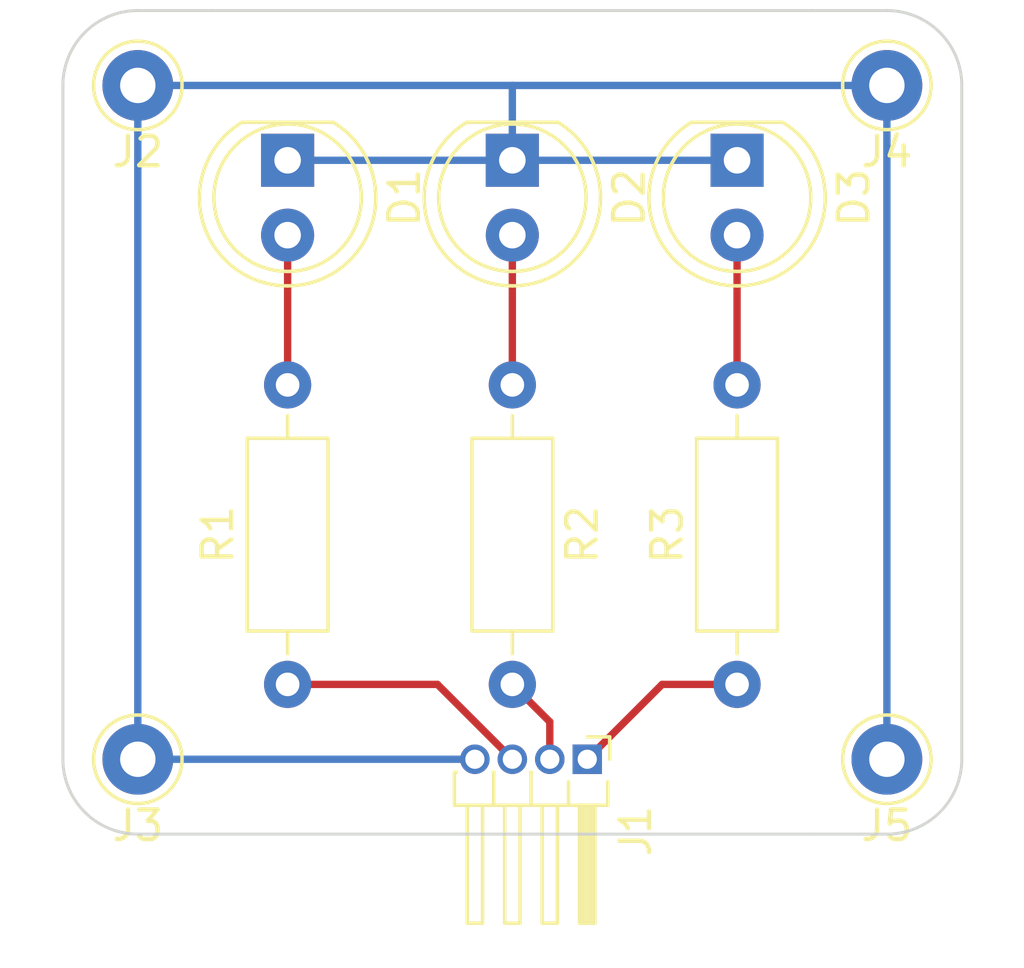
<source format=kicad_pcb>
(kicad_pcb (version 20221018) (generator pcbnew)
  (layers (0 "F.Cu" signal) (31 "B.Cu" signal) (34 "B.Paste" user) (35 "F.Paste" user) (36 "B.SilkS" user "B.Silkscreen") (37 "F.SilkS" user "F.Silkscreen") (38 "B.Mask" user) (39 "F.Mask" user) (44 "Edge.Cuts" user))
  (net 0 "")
  (net 1 "Net-(D1-K)")
  (net 2 "Net-(D1-A)")
  (net 3 "Net-(D2-A)")
  (net 4 "Net-(D3-A)")
  (net 5 "Net-(J1-Pin_1)")
  (net 6 "Net-(J1-Pin_2)")
  (net 7 "Net-(J1-Pin_3)")
  (footprint "Resistor_THT:R_Axial_DIN0207_L6.3mm_D2.5mm_P10.16mm_Horizontal" (layer "F.Cu") (at 142.24 106.68 90)
    (fp_text reference "R1" (at 5.08 -2.37 90) (layer "F.SilkS"))
    (fp_text value "R")
    (fp_line (start 1.04 0) (end 1.81 0) (stroke (width 0.12)) (layer "F.SilkS"))
    (fp_line (start 1.81 -1.37) (end 1.81 1.37) (stroke (width 0.12)) (layer "F.SilkS"))
    (fp_line (start 1.81 1.37) (end 8.35 1.37) (stroke (width 0.12)) (layer "F.SilkS"))
    (fp_line (start 8.35 -1.37) (end 1.81 -1.37) (stroke (width 0.12)) (layer "F.SilkS"))
    (fp_line (start 8.35 1.37) (end 8.35 -1.37) (stroke (width 0.12)) (layer "F.SilkS"))
    (fp_line (start 9.12 0) (end 8.35 0) (stroke (width 0.12)) (layer "F.SilkS"))
    (pad "1" thru_hole circle (at 0 0 90) (size 1.6 1.6) (drill 0.8) (layers "*.Cu" "*.Mask") (net 7 "Net-(J1-Pin_3)"))
    (pad "2" thru_hole oval (at 10.16 0 90) (size 1.6 1.6) (drill 0.8) (layers "*.Cu" "*.Mask") (net 2 "Net-(D1-A)"))
  )
  (footprint "LED_THT:LED_D5.0mm" (layer "F.Cu") (at 157.48 88.9 -90)
    (fp_text reference "D3" (at 1.27 -3.96 90) (layer "F.SilkS"))
    (fp_text value "LED")
    (fp_line (start -1.29 -1.545) (end -1.29 1.545) (stroke (width 0.12)) (layer "F.SilkS"))
    (fp_arc (start -1.29 -1.54483) (mid 2.072002 -2.880433) (end 4.26 0.000462) (stroke (width 0.12)) (layer "F.SilkS"))
    (fp_arc (start 4.26 -0.000462) (mid 2.072002 2.880433) (end -1.29 1.54483) (stroke (width 0.12)) (layer "F.SilkS"))
    (fp_circle (center 1.27 0) (end 3.77 0) (stroke (width 0.12)) (fill none) (layer "F.SilkS"))
    (pad "1" thru_hole rect (at 0 0 270) (size 1.8 1.8) (drill 0.9) (layers "*.Cu" "*.Mask") (net 1 "Net-(D1-K)"))
    (pad "2" thru_hole circle (at 2.54 0 270) (size 1.8 1.8) (drill 0.9) (layers "*.Cu" "*.Mask") (net 4 "Net-(D3-A)"))
  )
  (footprint "Connector_Pin:Pin_D1.0mm_L10.0mm_LooseFit" (layer "F.Cu") (at 137.16 109.22)
    (fp_text reference "J3" (at 0 2.25) (layer "F.SilkS"))
    (fp_text value "Conn_01x01")
    (fp_circle (center 0 0) (end 1.5 0.05) (stroke (width 0.12)) (fill none) (layer "F.SilkS"))
    (pad "1" thru_hole circle (at 0 0) (size 2.4 2.4) (drill 1.2) (layers "*.Cu" "*.Mask") (net 1 "Net-(D1-K)"))
  )
  (footprint "Connector_PinHeader_1.27mm:PinHeader_1x04_P1.27mm_Horizontal" (layer "F.Cu") (at 152.4 109.22 -90)
    (fp_text reference "J1" (at 2.4325 -1.635 90) (layer "F.SilkS"))
    (fp_text value "Conn_01x04")
    (fp_line (start -0.76 -0.76) (end 0 -0.76) (stroke (width 0.12)) (layer "F.SilkS"))
    (fp_line (start -0.76 0) (end -0.76 -0.76) (stroke (width 0.12)) (layer "F.SilkS"))
    (fp_line (start 0.44 1.889677) (end 0.44 1.920323) (stroke (width 0.12)) (layer "F.SilkS"))
    (fp_line (start 0.44 1.905) (end 1.56 1.905) (stroke (width 0.12)) (layer "F.SilkS"))
    (fp_line (start 0.44 3.159677) (end 0.44 3.190323) (stroke (width 0.12)) (layer "F.SilkS"))
    (fp_line (start 0.44 3.175) (end 1.56 3.175) (stroke (width 0.12)) (layer "F.SilkS"))
    (fp_line (start 0.44 4.505) (end 0.44 4.429677) (stroke (width 0.12)) (layer "F.SilkS"))
    (fp_line (start 0.76 -0.695) (end 1.56 -0.695) (stroke (width 0.12)) (layer "F.SilkS"))
    (fp_line (start 0.76 0.635) (end 1.56 0.635) (stroke (width 0.12)) (layer "F.SilkS"))
    (fp_line (start 1.56 -0.695) (end 1.56 4.505) (stroke (width 0.12)) (layer "F.SilkS"))
    (fp_line (start 1.56 -0.26) (end 5.56 -0.26) (stroke (width 0.12)) (layer "F.SilkS"))
    (fp_line (start 1.56 -0.2) (end 5.56 -0.2) (stroke (width 0.12)) (layer "F.SilkS"))
    (fp_line (start 1.56 -0.08) (end 5.56 -0.08) (stroke (width 0.12)) (layer "F.SilkS"))
    (fp_line (start 1.56 0.04) (end 5.56 0.04) (stroke (width 0.12)) (layer "F.SilkS"))
    (fp_line (start 1.56 0.16) (end 5.56 0.16) (stroke (width 0.12)) (layer "F.SilkS"))
    (fp_line (start 1.56 1.01) (end 5.56 1.01) (stroke (width 0.12)) (layer "F.SilkS"))
    (fp_line (start 1.56 2.28) (end 5.56 2.28) (stroke (width 0.12)) (layer "F.SilkS"))
    (fp_line (start 1.56 3.55) (end 5.56 3.55) (stroke (width 0.12)) (layer "F.SilkS"))
    (fp_line (start 1.56 4.505) (end 0.44 4.505) (stroke (width 0.12)) (layer "F.SilkS"))
    (fp_line (start 5.56 -0.26) (end 5.56 0.26) (stroke (width 0.12)) (layer "F.SilkS"))
    (fp_line (start 5.56 0.26) (end 1.56 0.26) (stroke (width 0.12)) (layer "F.SilkS"))
    (fp_line (start 5.56 1.01) (end 5.56 1.53) (stroke (width 0.12)) (layer "F.SilkS"))
    (fp_line (start 5.56 1.53) (end 1.56 1.53) (stroke (width 0.12)) (layer "F.SilkS"))
    (fp_line (start 5.56 2.28) (end 5.56 2.8) (stroke (width 0.12)) (layer "F.SilkS"))
    (fp_line (start 5.56 2.8) (end 1.56 2.8) (stroke (width 0.12)) (layer "F.SilkS"))
    (fp_line (start 5.56 3.55) (end 5.56 4.07) (stroke (width 0.12)) (layer "F.SilkS"))
    (fp_line (start 5.56 4.07) (end 1.56 4.07) (stroke (width 0.12)) (layer "F.SilkS"))
    (pad "1" thru_hole rect (at 0 0 270) (size 1 1) (drill 0.65) (layers "*.Cu" "*.Mask") (net 5 "Net-(J1-Pin_1)"))
    (pad "2" thru_hole oval (at 0 1.27 270) (size 1 1) (drill 0.65) (layers "*.Cu" "*.Mask") (net 6 "Net-(J1-Pin_2)"))
    (pad "3" thru_hole oval (at 0 2.54 270) (size 1 1) (drill 0.65) (layers "*.Cu" "*.Mask") (net 7 "Net-(J1-Pin_3)"))
    (pad "4" thru_hole oval (at 0 3.81 270) (size 1 1) (drill 0.65) (layers "*.Cu" "*.Mask") (net 1 "Net-(D1-K)"))
  )
  (footprint "Connector_Pin:Pin_D1.0mm_L10.0mm_LooseFit" (layer "F.Cu") (at 162.56 86.36)
    (fp_text reference "J4" (at 0 2.25) (layer "F.SilkS"))
    (fp_text value "Conn_01x01")
    (fp_circle (center 0 0) (end 1.5 0.05) (stroke (width 0.12)) (fill none) (layer "F.SilkS"))
    (pad "1" thru_hole circle (at 0 0) (size 2.4 2.4) (drill 1.2) (layers "*.Cu" "*.Mask") (net 1 "Net-(D1-K)"))
  )
  (footprint "Resistor_THT:R_Axial_DIN0207_L6.3mm_D2.5mm_P10.16mm_Horizontal" (layer "F.Cu") (at 157.48 106.68 90)
    (fp_text reference "R3" (at 5.08 -2.37 90) (layer "F.SilkS"))
    (fp_text value "R")
    (fp_line (start 1.04 0) (end 1.81 0) (stroke (width 0.12)) (layer "F.SilkS"))
    (fp_line (start 1.81 -1.37) (end 1.81 1.37) (stroke (width 0.12)) (layer "F.SilkS"))
    (fp_line (start 1.81 1.37) (end 8.35 1.37) (stroke (width 0.12)) (layer "F.SilkS"))
    (fp_line (start 8.35 -1.37) (end 1.81 -1.37) (stroke (width 0.12)) (layer "F.SilkS"))
    (fp_line (start 8.35 1.37) (end 8.35 -1.37) (stroke (width 0.12)) (layer "F.SilkS"))
    (fp_line (start 9.12 0) (end 8.35 0) (stroke (width 0.12)) (layer "F.SilkS"))
    (pad "1" thru_hole circle (at 0 0 90) (size 1.6 1.6) (drill 0.8) (layers "*.Cu" "*.Mask") (net 5 "Net-(J1-Pin_1)"))
    (pad "2" thru_hole oval (at 10.16 0 90) (size 1.6 1.6) (drill 0.8) (layers "*.Cu" "*.Mask") (net 4 "Net-(D3-A)"))
  )
  (footprint "Connector_Pin:Pin_D1.0mm_L10.0mm_LooseFit" (layer "F.Cu") (at 162.56 109.22)
    (fp_text reference "J5" (at 0 2.25) (layer "F.SilkS"))
    (fp_text value "Conn_01x01")
    (fp_circle (center 0 0) (end 1.5 0.05) (stroke (width 0.12)) (fill none) (layer "F.SilkS"))
    (pad "1" thru_hole circle (at 0 0) (size 2.4 2.4) (drill 1.2) (layers "*.Cu" "*.Mask") (net 1 "Net-(D1-K)"))
  )
  (footprint "LED_THT:LED_D5.0mm" (layer "F.Cu") (at 142.24 88.9 -90)
    (fp_text reference "D1" (at 1.27 -3.96 90) (layer "F.SilkS"))
    (fp_text value "LED")
    (fp_line (start -1.29 -1.545) (end -1.29 1.545) (stroke (width 0.12)) (layer "F.SilkS"))
    (fp_arc (start -1.29 -1.54483) (mid 2.072002 -2.880433) (end 4.26 0.000462) (stroke (width 0.12)) (layer "F.SilkS"))
    (fp_arc (start 4.26 -0.000462) (mid 2.072002 2.880433) (end -1.29 1.54483) (stroke (width 0.12)) (layer "F.SilkS"))
    (fp_circle (center 1.27 0) (end 3.77 0) (stroke (width 0.12)) (fill none) (layer "F.SilkS"))
    (pad "1" thru_hole rect (at 0 0 270) (size 1.8 1.8) (drill 0.9) (layers "*.Cu" "*.Mask") (net 1 "Net-(D1-K)"))
    (pad "2" thru_hole circle (at 2.54 0 270) (size 1.8 1.8) (drill 0.9) (layers "*.Cu" "*.Mask") (net 2 "Net-(D1-A)"))
  )
  (footprint "Connector_Pin:Pin_D1.0mm_L10.0mm_LooseFit" (layer "F.Cu") (at 137.16 86.36)
    (fp_text reference "J2" (at 0 2.25) (layer "F.SilkS"))
    (fp_text value "Conn_01x01")
    (fp_circle (center 0 0) (end 1.5 0.05) (stroke (width 0.12)) (fill none) (layer "F.SilkS"))
    (pad "1" thru_hole circle (at 0 0) (size 2.4 2.4) (drill 1.2) (layers "*.Cu" "*.Mask") (net 1 "Net-(D1-K)"))
  )
  (footprint "LED_THT:LED_D5.0mm" (layer "F.Cu") (at 149.86 88.9 -90)
    (fp_text reference "D2" (at 1.27 -3.96 90) (layer "F.SilkS"))
    (fp_text value "LED")
    (fp_line (start -1.29 -1.545) (end -1.29 1.545) (stroke (width 0.12)) (layer "F.SilkS"))
    (fp_arc (start -1.29 -1.54483) (mid 2.072002 -2.880433) (end 4.26 0.000462) (stroke (width 0.12)) (layer "F.SilkS"))
    (fp_arc (start 4.26 -0.000462) (mid 2.072002 2.880433) (end -1.29 1.54483) (stroke (width 0.12)) (layer "F.SilkS"))
    (fp_circle (center 1.27 0) (end 3.77 0) (stroke (width 0.12)) (fill none) (layer "F.SilkS"))
    (pad "1" thru_hole rect (at 0 0 270) (size 1.8 1.8) (drill 0.9) (layers "*.Cu" "*.Mask") (net 1 "Net-(D1-K)"))
    (pad "2" thru_hole circle (at 2.54 0 270) (size 1.8 1.8) (drill 0.9) (layers "*.Cu" "*.Mask") (net 3 "Net-(D2-A)"))
  )
  (footprint "Resistor_THT:R_Axial_DIN0207_L6.3mm_D2.5mm_P10.16mm_Horizontal" (layer "F.Cu") (at 149.86 96.52 -90)
    (fp_text reference "R2" (at 5.08 -2.37 90) (layer "F.SilkS"))
    (fp_text value "R")
    (fp_line (start 1.04 0) (end 1.81 0) (stroke (width 0.12)) (layer "F.SilkS"))
    (fp_line (start 1.81 -1.37) (end 1.81 1.37) (stroke (width 0.12)) (layer "F.SilkS"))
    (fp_line (start 1.81 1.37) (end 8.35 1.37) (stroke (width 0.12)) (layer "F.SilkS"))
    (fp_line (start 8.35 -1.37) (end 1.81 -1.37) (stroke (width 0.12)) (layer "F.SilkS"))
    (fp_line (start 8.35 1.37) (end 8.35 -1.37) (stroke (width 0.12)) (layer "F.SilkS"))
    (fp_line (start 9.12 0) (end 8.35 0) (stroke (width 0.12)) (layer "F.SilkS"))
    (pad "1" thru_hole circle (at 0 0 270) (size 1.6 1.6) (drill 0.8) (layers "*.Cu" "*.Mask") (net 3 "Net-(D2-A)"))
    (pad "2" thru_hole oval (at 10.16 0 270) (size 1.6 1.6) (drill 0.8) (layers "*.Cu" "*.Mask") (net 6 "Net-(J1-Pin_2)"))
  )
  (gr_arc (start 137.16 111.76) (mid 135.363949 111.016051) (end 134.62 109.22) (stroke (width 0.1)) (layer "Edge.Cuts"))
  (gr_arc (start 134.62 86.36) (mid 135.363949 84.563949) (end 137.16 83.82) (stroke (width 0.1)) (layer "Edge.Cuts"))
  (gr_line (start 139.7 83.82) (end 160.02 83.82) (stroke (width 0.1)) (layer "Edge.Cuts"))
  (gr_line (start 134.62 109.22) (end 134.62 86.36) (stroke (width 0.1)) (layer "Edge.Cuts"))
  (gr_line (start 160.02 83.82) (end 162.56 83.82) (stroke (width 0.1)) (layer "Edge.Cuts"))
  (gr_line (start 160.02 111.76) (end 162.56 111.76) (stroke (width 0.1)) (layer "Edge.Cuts"))
  (gr_arc (start 165.1 109.22) (mid 164.356051 111.016051) (end 162.56 111.76) (stroke (width 0.1)) (layer "Edge.Cuts"))
  (gr_line (start 139.7 111.76) (end 137.16 111.76) (stroke (width 0.1)) (layer "Edge.Cuts"))
  (gr_line (start 139.7 83.82) (end 137.16 83.82) (stroke (width 0.1)) (layer "Edge.Cuts"))
  (gr_line (start 160.02 111.76) (end 139.7 111.76) (stroke (width 0.1)) (layer "Edge.Cuts"))
  (gr_line (start 165.1 86.36) (end 165.1 109.22) (stroke (width 0.1)) (layer "Edge.Cuts"))
  (gr_arc (start 162.56 83.82) (mid 164.356051 84.563949) (end 165.1 86.36) (stroke (width 0.1)) (layer "Edge.Cuts"))
  (segment (start 149.86 86.36) (end 149.86 88.9) (width 0.25) (layer "B.Cu") (net 1))
  (segment (start 149.86 86.36) (end 137.16 86.36) (width 0.25) (layer "B.Cu") (net 1))
  (segment (start 142.24 88.9) (end 157.48 88.9) (width 0.25) (layer "B.Cu") (net 1))
  (segment (start 162.56 86.36) (end 149.86 86.36) (width 0.25) (layer "B.Cu") (net 1))
  (segment (start 137.16 109.22) (end 137.16 86.36) (width 0.25) (layer "B.Cu") (net 1))
  (segment (start 148.59 109.22) (end 137.16 109.22) (width 0.25) (layer "B.Cu") (net 1))
  (segment (start 162.56 109.22) (end 162.56 86.36) (width 0.25) (layer "B.Cu") (net 1))
  (segment (start 142.24 96.52) (end 142.24 91.44) (width 0.25) (layer "F.Cu") (net 2))
  (segment (start 149.86 96.52) (end 149.86 91.44) (width 0.25) (layer "F.Cu") (net 3))
  (segment (start 157.48 96.52) (end 157.48 91.44) (width 0.25) (layer "F.Cu") (net 4))
  (segment (start 154.94 106.68) (end 152.4 109.22) (width 0.25) (layer "F.Cu") (net 5))
  (segment (start 157.48 106.68) (end 154.94 106.68) (width 0.25) (layer "F.Cu") (net 5))
  (segment (start 151.13 109.22) (end 151.13 107.95) (width 0.25) (layer "F.Cu") (net 6))
  (segment (start 151.13 107.95) (end 149.86 106.68) (width 0.25) (layer "F.Cu") (net 6))
  (segment (start 147.32 106.68) (end 142.24 106.68) (width 0.25) (layer "F.Cu") (net 7))
  (segment (start 149.86 109.22) (end 147.32 106.68) (width 0.25) (layer "F.Cu") (net 7))
)
</source>
